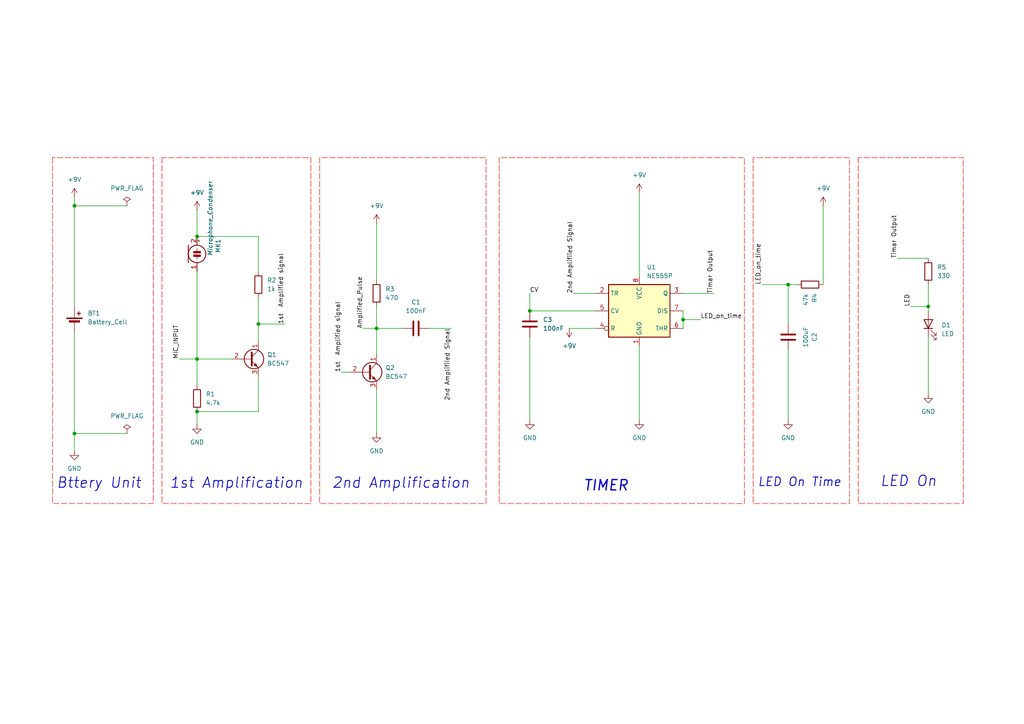
<source format=kicad_sch>
(kicad_sch (version 20250114) (generator "eeschema") (generator_version "9.0")
  (paper "A4")
  (lib_symbols
    (symbol "Device:Battery_Cell" (pin_numbers (hide yes)) (pin_names (offset 0) (hide yes))
      (property "Reference" "BT" (at 2.54 2.54 0))
      (property "Value" "Battery_Cell" (at 2.54 0 0))
      (symbol "Battery_Cell_0_1"
        (rectangle (start -2.286 1.778) (end 2.286 1.524) (fill (type outline)))
        (rectangle (start -1.524 1.016) (end 1.524 0.508) (fill (type outline)))
        (polyline (pts (xy 0 1.778) (xy 0 2.54)))
        (polyline (pts (xy 0 0.762) (xy 0 0)))
        (polyline (pts (xy 0.762 3.048) (xy 1.778 3.048)) (stroke (width 0.254)))
        (polyline (pts (xy 1.27 3.556) (xy 1.27 2.54)) (stroke (width 0.254)))
      )
      (symbol "Battery_Cell_1_1"
        (pin passive line (at 0 5.08 270) (length 2.54) (name "+") (number "1"))
        (pin passive line (at 0 -2.54 90) (length 2.54) (name "-") (number "2"))
      )
    )
    (symbol "Device:C" (pin_numbers (hide yes)) (pin_names (offset 0.254))
      (property "Reference" "C" (at 0.635 2.54 0))
      (property "Value" "C" (at 0.635 -2.54 0))
      (symbol "C_0_1"
        (polyline (pts (xy -2.032 0.762) (xy 2.032 0.762)) (stroke (width 0.508)))
        (polyline (pts (xy -2.032 -0.762) (xy 2.032 -0.762)) (stroke (width 0.508)))
      )
      (symbol "C_1_1"
        (pin passive line (at 0 3.81 270) (length 2.794) (name "~") (number "1"))
        (pin passive line (at 0 -3.81 90) (length 2.794) (name "~") (number "2"))
      )
    )
    (symbol "Device:LED" (pin_numbers (hide yes)) (pin_names (offset 1.016) (hide yes))
      (property "Reference" "D" (at 0 2.54 0))
      (property "Value" "LED" (at 0 -2.54 0))
      (symbol "LED_0_1"
        (polyline (pts (xy -3.048 -0.762) (xy -4.572 -2.286) (xy -3.81 -2.286) (xy -4.572 -2.286) (xy -4.572 -1.524)))
        (polyline (pts (xy -1.778 -0.762) (xy -3.302 -2.286) (xy -2.54 -2.286) (xy -3.302 -2.286) (xy -3.302 -1.524)))
        (polyline (pts (xy -1.27 0) (xy 1.27 0)))
        (polyline (pts (xy -1.27 -1.27) (xy -1.27 1.27)) (stroke (width 0.254)))
        (polyline (pts (xy 1.27 -1.27) (xy 1.27 1.27) (xy -1.27 0) (xy 1.27 -1.27)) (stroke (width 0.254)))
      )
      (symbol "LED_1_1"
        (pin passive line (at -3.81 0 0) (length 2.54) (name "K") (number "1"))
        (pin passive line (at 3.81 0 180) (length 2.54) (name "A") (number "2"))
      )
    )
    (symbol "Device:Microphone_Condenser" (pin_names (offset 0.0254) (hide yes))
      (property "Reference" "MK" (at -3.302 1.27 0))
      (property "Value" "Microphone_Condenser" (at -3.302 -0.635 0))
      (symbol "Microphone_Condenser_0_1"
        (polyline (pts (xy -2.54 2.54) (xy -2.54 -2.54)) (stroke (width 0.254)))
        (polyline (pts (xy 0 0.762) (xy 0 1.524)))
        (circle (center 0 0) (radius 2.54) (stroke (width 0.254)))
        (polyline (pts (xy 0 -0.762) (xy 0 -1.524)))
        (polyline (pts (xy 0.254 3.81) (xy 0.762 3.81)))
        (polyline (pts (xy 0.508 4.064) (xy 0.508 3.556)))
        (rectangle (start 1.016 0.762) (end -1.016 0.254) (fill (type outline)))
        (rectangle (start 1.016 -0.254) (end -1.016 -0.762) (fill (type outline)))
      )
      (symbol "Microphone_Condenser_1_1"
        (pin passive line (at 0 5.08 270) (length 2.54) (name "+") (number "2"))
        (pin passive line (at 0 -5.08 90) (length 2.54) (name "-") (number "1"))
      )
    )
    (symbol "Device:R" (pin_numbers (hide yes)) (pin_names (offset 0))
      (property "Reference" "R" (at 2.032 0 90))
      (property "Value" "R" (at 0 0 90))
      (symbol "R_0_1"
        (rectangle (start -1.016 -2.54) (end 1.016 2.54) (stroke (width 0.254)))
      )
      (symbol "R_1_1"
        (pin passive line (at 0 3.81 270) (length 1.27) (name "~") (number "1"))
        (pin passive line (at 0 -3.81 90) (length 1.27) (name "~") (number "2"))
      )
    )
    (symbol "Timer:NE555P"
      (property "Reference" "U" (at -10.16 8.89 0))
      (property "Value" "NE555P" (at 2.54 8.89 0))
      (symbol "NE555P_0_0"
        (pin power_in line (at 0 10.16 270) (length 2.54) (name "VCC") (number "8"))
        (pin power_in line (at 0 -10.16 90) (length 2.54) (name "GND") (number "1"))
      )
      (symbol "NE555P_0_1"
        (rectangle (start -8.89 -7.62) (end 8.89 7.62) (stroke (width 0.254)) (fill (type background)))
        (rectangle (start -8.89 -7.62) (end 8.89 7.62) (stroke (width 0.254)) (fill (type background)))
      )
      (symbol "NE555P_1_1"
        (pin input line (at -12.7 5.08 0) (length 3.81) (name "TR") (number "2"))
        (pin input line (at -12.7 0 0) (length 3.81) (name "CV") (number "5"))
        (pin input inverted (at -12.7 -5.08 0) (length 3.81) (name "R") (number "4"))
        (pin output line (at 12.7 5.08 180) (length 3.81) (name "Q") (number "3"))
        (pin input line (at 12.7 0 180) (length 3.81) (name "DIS") (number "7"))
        (pin input line (at 12.7 -5.08 180) (length 3.81) (name "THR") (number "6"))
      )
    )
    (symbol "Transistor_BJT:BC547" (pin_names (offset 0) (hide yes))
      (property "Reference" "Q" (at 5.08 1.905 0))
      (property "Value" "BC547" (at 5.08 0 0))
      (symbol "BC547_0_1"
        (polyline (pts (xy -2.54 0) (xy 0.635 0)))
        (polyline (pts (xy 0.635 1.905) (xy 0.635 -1.905)) (stroke (width 0.508)))
        (circle (center 1.27 0) (radius 2.8194) (stroke (width 0.254)))
      )
      (symbol "BC547_1_1"
        (polyline (pts (xy 0.635 0.635) (xy 2.54 2.54)))
        (polyline (pts (xy 0.635 -0.635) (xy 2.54 -2.54)))
        (polyline (pts (xy 1.27 -1.778) (xy 1.778 -1.27) (xy 2.286 -2.286) (xy 1.27 -1.778)) (fill (type outline)))
        (pin input line (at -5.08 0 0) (length 2.54) (name "B") (number "2"))
        (pin passive line (at 2.54 5.08 270) (length 2.54) (name "C") (number "1"))
        (pin passive line (at 2.54 -5.08 90) (length 2.54) (name "E") (number "3"))
      )
    )
    (symbol "power:+9V" (power) (pin_numbers (hide yes)) (pin_names (offset 0) (hide yes))
      (property "Value" "+9V" (at 0 3.556 0))
      (symbol "+9V_0_1"
        (polyline (pts (xy -0.762 1.27) (xy 0 2.54)))
        (polyline (pts (xy 0 2.54) (xy 0.762 1.27)))
        (polyline (pts (xy 0 0) (xy 0 2.54)))
      )
      (symbol "+9V_1_1"
        (pin power_in line (at 0 0 90) (length 0) (name "~") (number "1"))
      )
    )
    (symbol "power:GND" (power) (pin_numbers (hide yes)) (pin_names (offset 0) (hide yes))
      (property "Value" "GND" (at 0 -3.81 0))
      (symbol "GND_0_1"
        (polyline (pts (xy 0 0) (xy 0 -1.27) (xy 1.27 -1.27) (xy 0 -2.54) (xy -1.27 -1.27) (xy 0 -1.27)))
      )
      (symbol "GND_1_1"
        (pin power_in line (at 0 0 270) (length 0) (name "~") (number "1"))
      )
    )
    (symbol "power:PWR_FLAG" (power) (pin_numbers (hide yes)) (pin_names (offset 0) (hide yes))
      (property "Value" "PWR_FLAG" (at 0 3.81 0))
      (symbol "PWR_FLAG_0_0"
        (pin power_out line (at 0 0 90) (length 0) (name "~") (number "1"))
      )
      (symbol "PWR_FLAG_0_1"
        (polyline (pts (xy 0 0) (xy 0 1.27) (xy -1.016 1.905) (xy 0 2.54) (xy 1.016 1.905) (xy 0 1.27)))
      )
    )
  )
  (text "1st Amplification" (at 68.58 140.208 0) (effects (font (size 3 3) (thickness 0.254) (bold yes) (italic yes))))
  (text "2nd Amplification" (at 116.332 140.208 0) (effects (font (size 3 3) (thickness 0.254) (bold yes) (italic yes))))
  (text "LED On Time" (at 231.902 139.954 0) (effects (font (size 2.5 2.5) (thickness 0.254) (bold yes) (italic yes))))
  (text "Bttery Unit" (at 28.702 140.208 0) (effects (font (size 3 3) (thickness 0.254) (bold yes) (italic yes))))
  (text "TIMER" (at 175.768 140.97 0) (effects (font (size 3 3) (thickness 0.375) (italic yes))))
  (text "LED On " (at 264.668 139.7 0) (effects (font (size 3 3) (thickness 0.254) (bold yes) (italic yes))))
  (junction (at 21.59 125.73))
  (junction (at 57.15 104.14))
  (junction (at 57.15 68.58))
  (junction (at 21.59 59.69))
  (junction (at 228.6 82.55))
  (junction (at 109.22 95.25))
  (junction (at 198.12 92.71))
  (junction (at 57.15 119.38))
  (junction (at 74.93 93.98))
  (junction (at 269.24 88.9))
  (junction (at 153.67 90.17))
  (wire (pts (xy 220.98 82.55) (xy 228.6 82.55)))
  (wire (pts (xy 238.76 59.69) (xy 238.76 82.55)))
  (wire (pts (xy 109.22 95.25) (xy 109.22 102.87)))
  (wire (pts (xy 57.15 119.38) (xy 57.15 123.19)))
  (wire (pts (xy 52.07 104.14) (xy 57.15 104.14)))
  (wire (pts (xy 21.59 125.73) (xy 36.83 125.73)))
  (wire (pts (xy 21.59 59.69) (xy 21.59 88.9)))
  (wire (pts (xy 74.93 86.36) (xy 74.93 93.98)))
  (wire (pts (xy 57.15 60.96) (xy 57.15 68.58)))
  (wire (pts (xy 82.55 93.98) (xy 74.93 93.98)))
  (wire (pts (xy 198.12 85.09) (xy 207.01 85.09)))
  (wire (pts (xy 264.16 88.9) (xy 269.24 88.9)))
  (wire (pts (xy 269.24 82.55) (xy 269.24 88.9)))
  (wire (pts (xy 166.37 85.09) (xy 172.72 85.09)))
  (wire (pts (xy 228.6 93.98) (xy 228.6 82.55)))
  (wire (pts (xy 269.24 97.79) (xy 269.24 114.3)))
  (wire (pts (xy 74.93 119.38) (xy 74.93 109.22)))
  (wire (pts (xy 105.41 95.25) (xy 109.22 95.25)))
  (wire (pts (xy 57.15 104.14) (xy 57.15 111.76)))
  (wire (pts (xy 269.24 88.9) (xy 269.24 90.17)))
  (wire (pts (xy 165.1 95.25) (xy 172.72 95.25)))
  (wire (pts (xy 74.93 68.58) (xy 74.93 78.74)))
  (wire (pts (xy 260.35 74.93) (xy 269.24 74.93)))
  (wire (pts (xy 109.22 64.77) (xy 109.22 81.28)))
  (wire (pts (xy 228.6 101.6) (xy 228.6 121.92)))
  (wire (pts (xy 153.67 85.09) (xy 153.67 90.17)))
  (wire (pts (xy 198.12 92.71) (xy 203.2 92.71)))
  (wire (pts (xy 198.12 92.71) (xy 198.12 95.25)))
  (wire (pts (xy 67.31 104.14) (xy 57.15 104.14)))
  (wire (pts (xy 153.67 97.79) (xy 153.67 121.92)))
  (wire (pts (xy 124.46 95.25) (xy 130.81 95.25)))
  (wire (pts (xy 57.15 68.58) (xy 74.93 68.58)))
  (wire (pts (xy 185.42 100.33) (xy 185.42 121.92)))
  (wire (pts (xy 153.67 90.17) (xy 172.72 90.17)))
  (wire (pts (xy 109.22 113.03) (xy 109.22 125.73)))
  (wire (pts (xy 231.14 82.55) (xy 228.6 82.55)))
  (wire (pts (xy 21.59 125.73) (xy 21.59 130.81)))
  (wire (pts (xy 21.59 96.52) (xy 21.59 125.73)))
  (wire (pts (xy 116.84 95.25) (xy 109.22 95.25)))
  (wire (pts (xy 36.83 59.69) (xy 21.59 59.69)))
  (wire (pts (xy 21.59 57.15) (xy 21.59 59.69)))
  (wire (pts (xy 57.15 119.38) (xy 74.93 119.38)))
  (wire (pts (xy 74.93 93.98) (xy 74.93 99.06)))
  (wire (pts (xy 185.42 55.88) (xy 185.42 80.01)))
  (wire (pts (xy 198.12 90.17) (xy 198.12 92.71)))
  (wire (pts (xy 109.22 88.9) (xy 109.22 95.25)))
  (wire (pts (xy 99.06 107.95) (xy 101.6 107.95)))
  (wire (pts (xy 57.15 78.74) (xy 57.15 104.14)))
  (label "CV" (at 153.67 85.09 0))
  (label "Amplified_Pulse" (at 105.41 95.25 90))
  (label "2nd Amplifiied Signal" (at 130.81 95.25 270))
  (label "1st  Amplified signal" (at 99.06 107.95 90))
  (label "LED_on_time" (at 220.98 82.55 90))
  (label "Timar Output" (at 260.35 74.93 90))
  (label "1st  Amplified signal" (at 82.55 93.98 90))
  (label "LED_on_time" (at 203.2 92.71 0))
  (label "MIC_INPUT" (at 52.07 104.14 90))
  (label "2nd Amplifiied Signal" (at 166.37 85.09 90))
  (label "Timar Output" (at 207.01 85.09 90))
  (label "LED" (at 264.16 88.9 90))
  (rule_area (polyline (pts (xy 15.24 45.72) (xy 15.24 146.05) (xy 44.45 146.05) (xy 44.45 45.72)) (stroke (width 0) (type dash))))
  (rule_area (polyline (pts (xy 46.99 45.72) (xy 46.99 146.05) (xy 90.17 146.05) (xy 90.17 45.72)) (stroke (width 0) (type dash))))
  (rule_area (polyline (pts (xy 218.44 45.72) (xy 218.44 146.05) (xy 246.38 146.05) (xy 246.38 45.72)) (stroke (width 0) (type dash))))
  (rule_area (polyline (pts (xy 248.92 45.72) (xy 248.92 146.05) (xy 279.4 146.05) (xy 279.4 45.72)) (stroke (width 0) (type dash))))
  (rule_area (polyline (pts (xy 92.71 45.72) (xy 92.71 146.05) (xy 140.97 146.05) (xy 140.97 45.72)) (stroke (width 0) (type dash))))
  (rule_area (polyline (pts (xy 144.78 45.72) (xy 144.78 146.05) (xy 215.9 146.05) (xy 215.9 45.72)) (stroke (width 0) (type dash))))
  (symbol (lib_id "power:+9V") (at 238.76 59.69 0) (unit 1)
    (property "Reference" "#PWR013" (effects (hide yes)))
    (property "Value" "+9V" (at 238.76 54.61 0))
    (property "Description" "Power symbol creates a global label with name \"+9V\"" (effects (hide yes)))
  )
  (symbol (lib_id "power:GND") (at 185.42 121.92 0) (unit 1)
    (property "Reference" "#PWR010" (effects (hide yes)))
    (property "Value" "GND" (at 185.42 127 0))
    (property "Description" "Power symbol creates a global label with name \"GND\" , ground" (effects (hide yes)))
  )
  (symbol (lib_id "power:GND") (at 57.15 123.19 0) (unit 1)
    (property "Reference" "#PWR04" (effects (hide yes)))
    (property "Value" "GND" (at 57.15 128.27 0))
    (property "Description" "Power symbol creates a global label with name \"GND\" , ground" (effects (hide yes)))
  )
  (symbol (lib_id "power:+9V") (at 57.15 60.96 0) (unit 1)
    (property "Reference" "#PWR05" (effects (hide yes)))
    (property "Value" "+9V" (at 57.15 55.88 0))
    (property "Description" "Power symbol creates a global label with name \"+9V\"" (effects (hide yes)))
  )
  (symbol (lib_id "Device:C") (at 120.65 95.25 90) (unit 1)
    (property "Reference" "C1" (at 120.65 87.63 90))
    (property "Value" "100nF" (at 120.65 90.17 90))
    (property "Footprint" "Capacitor_THT:CP_Radial_D6.3mm_P2.50mm" (effects (hide yes)))
    (property "Description" "Unpolarized capacitor" (effects (hide yes)))
  )
  (symbol (lib_id "power:GND") (at 109.22 125.73 0) (unit 1)
    (property "Reference" "#PWR07" (effects (hide yes)))
    (property "Value" "GND" (at 109.22 130.81 0))
    (property "Description" "Power symbol creates a global label with name \"GND\" , ground" (effects (hide yes)))
  )
  (symbol (lib_id "Device:Battery_Cell") (at 21.59 93.98 0) (unit 1)
    (property "Reference" "BT1" (at 25.4 90.8684 0) (effects (justify left)))
    (property "Value" "Battery_Cell" (at 25.4 93.4084 0) (effects (justify left)))
    (property "Footprint" "Battery:BatteryHolder_Eagle_12BH611-GR" (effects (hide yes)))
    (property "Description" "Single-cell battery" (effects (hide yes)))
  )
  (symbol (lib_id "Transistor_BJT:BC547") (at 72.39 104.14 0) (unit 1)
    (property "Reference" "Q1" (at 77.47 102.8699 0) (effects (justify left)))
    (property "Value" "BC547" (at 77.47 105.4099 0) (effects (justify left)))
    (property "Footprint" "Package_TO_SOT_THT:TO-92_Inline" (effects (hide yes)))
    (property "Datasheet" "https://www.onsemi.com/pub/Collateral/BC550-D.pdf" (effects (hide yes)))
    (property "Description" "0.1A Ic, 45V Vce, Small Signal NPN Transistor, TO-92" (effects (hide yes)))
  )
  (symbol (lib_id "Device:Microphone_Condenser") (at 57.15 73.66 0) (unit 1)
    (property "Reference" "MK1" (at 63.246 73.406 90) (effects (justify left)))
    (property "Value" "Microphone_Condenser" (at 60.96 74.2314 90) (effects (font (italic yes)) (justify left)))
    (property "Footprint" "TestPoint:TestPoint_2Pads_Pitch2.54mm_Drill0.8mm" (effects (hide yes)))
    (property "Description" "Condenser microphone" (effects (hide yes)))
  )
  (symbol (lib_id "power:+9V") (at 185.42 55.88 0) (unit 1)
    (property "Reference" "#PWR09" (effects (hide yes)))
    (property "Value" "+9V" (at 185.42 50.8 0))
    (property "Description" "Power symbol creates a global label with name \"+9V\"" (effects (hide yes)))
  )
  (symbol (lib_id "power:PWR_FLAG") (at 36.83 59.69 0) (unit 1)
    (property "Reference" "#FLG02" (effects (hide yes)))
    (property "Value" "PWR_FLAG" (at 36.83 54.61 0))
    (property "Description" "Special symbol for telling ERC where power comes from" (effects (hide yes)))
  )
  (symbol (lib_id "power:+9V") (at 165.1 95.25 180) (unit 1)
    (property "Reference" "#PWR03" (effects (hide yes)))
    (property "Value" "+9V" (at 165.1 100.33 0))
    (property "Description" "Power symbol creates a global label with name \"+9V\"" (effects (hide yes)))
  )
  (symbol (lib_id "power:GND") (at 153.67 121.92 0) (unit 1)
    (property "Reference" "#PWR08" (effects (hide yes)))
    (property "Value" "GND" (at 153.67 127 0))
    (property "Description" "Power symbol creates a global label with name \"GND\" , ground" (effects (hide yes)))
  )
  (symbol (lib_id "Device:R") (at 234.95 82.55 270) (unit 1)
    (property "Reference" "R4" (at 236.2201 85.09 0) (effects (justify left)))
    (property "Value" "47k" (at 233.6801 85.09 0) (effects (justify left)))
    (property "Footprint" "Resistor_THT:R_Axial_DIN0207_L6.3mm_D2.5mm_P2.54mm_Vertical" (effects (hide yes)))
    (property "Description" "Resistor" (effects (hide yes)))
  )
  (symbol (lib_id "Device:R") (at 269.24 78.74 0) (unit 1)
    (property "Reference" "R5" (at 271.78 77.4699 0) (effects (justify left)))
    (property "Value" "330" (at 271.78 80.0099 0) (effects (justify left)))
    (property "Footprint" "Resistor_THT:R_Axial_DIN0207_L6.3mm_D2.5mm_P2.54mm_Vertical" (effects (hide yes)))
    (property "Description" "Resistor" (effects (hide yes)))
  )
  (symbol (lib_id "power:GND") (at 228.6 121.92 0) (unit 1)
    (property "Reference" "#PWR012" (effects (hide yes)))
    (property "Value" "GND" (at 228.6 127 0))
    (property "Description" "Power symbol creates a global label with name \"GND\" , ground" (effects (hide yes)))
  )
  (symbol (lib_id "Device:C") (at 153.67 93.98 0) (unit 1)
    (property "Reference" "C3" (at 157.48 92.7099 0) (effects (justify left)))
    (property "Value" "100nF" (at 157.48 95.2499 0) (effects (justify left)))
    (property "Footprint" "Capacitor_THT:CP_Radial_D6.3mm_P2.50mm" (effects (hide yes)))
    (property "Description" "Unpolarized capacitor" (effects (hide yes)))
  )
  (symbol (lib_id "Device:R") (at 109.22 85.09 0) (unit 1)
    (property "Reference" "R3" (at 111.76 83.8199 0) (effects (justify left)))
    (property "Value" "470" (at 111.76 86.3599 0) (effects (justify left)))
    (property "Footprint" "Resistor_THT:R_Axial_DIN0207_L6.3mm_D2.5mm_P2.54mm_Vertical" (effects (hide yes)))
    (property "Description" "Resistor" (effects (hide yes)))
  )
  (symbol (lib_id "power:GND") (at 269.24 114.3 0) (unit 1)
    (property "Reference" "#PWR011" (effects (hide yes)))
    (property "Value" "GND" (at 269.24 119.38 0))
    (property "Description" "Power symbol creates a global label with name \"GND\" , ground" (effects (hide yes)))
  )
  (symbol (lib_id "Device:C") (at 228.6 97.79 0) (unit 1)
    (property "Reference" "C2" (at 236.22 97.79 90))
    (property "Value" "100uF" (at 233.68 97.79 90))
    (property "Footprint" "Capacitor_THT:CP_Radial_D6.3mm_P2.50mm" (effects (hide yes)))
    (property "Description" "Unpolarized capacitor" (effects (hide yes)))
  )
  (symbol (lib_id "power:GND") (at 21.59 130.81 0) (unit 1)
    (property "Reference" "#PWR02" (effects (hide yes)))
    (property "Value" "GND" (at 21.59 135.89 0))
    (property "Description" "Power symbol creates a global label with name \"GND\" , ground" (effects (hide yes)))
  )
  (symbol (lib_id "power:+9V") (at 109.22 64.77 0) (unit 1)
    (property "Reference" "#PWR06" (effects (hide yes)))
    (property "Value" "+9V" (at 109.22 59.69 0))
    (property "Description" "Power symbol creates a global label with name \"+9V\"" (effects (hide yes)))
  )
  (symbol (lib_id "power:+9V") (at 21.59 57.15 0) (unit 1)
    (property "Reference" "#PWR01" (effects (hide yes)))
    (property "Value" "+9V" (at 21.59 52.07 0))
    (property "Description" "Power symbol creates a global label with name \"+9V\"" (effects (hide yes)))
  )
  (symbol (lib_id "Device:R") (at 57.15 115.57 0) (unit 1)
    (property "Reference" "R1" (at 59.69 114.2999 0) (effects (justify left)))
    (property "Value" "4.7k" (at 59.69 116.8399 0) (effects (justify left)))
    (property "Footprint" "Resistor_THT:R_Axial_DIN0207_L6.3mm_D2.5mm_P2.54mm_Vertical" (effects (hide yes)))
    (property "Description" "Resistor" (effects (hide yes)))
  )
  (symbol (lib_id "Device:R") (at 74.93 82.55 0) (unit 1)
    (property "Reference" "R2" (at 77.47 81.2799 0) (effects (justify left)))
    (property "Value" "1k" (at 77.47 83.8199 0) (effects (justify left)))
    (property "Footprint" "Resistor_THT:R_Axial_DIN0207_L6.3mm_D2.5mm_P2.54mm_Vertical" (effects (hide yes)))
    (property "Description" "Resistor" (effects (hide yes)))
  )
  (symbol (lib_id "power:PWR_FLAG") (at 36.83 125.73 0) (unit 1)
    (property "Reference" "#FLG01" (effects (hide yes)))
    (property "Value" "PWR_FLAG" (at 36.83 120.65 0))
    (property "Description" "Special symbol for telling ERC where power comes from" (effects (hide yes)))
  )
  (symbol (lib_id "Timer:NE555P") (at 185.42 90.17 0) (unit 1)
    (property "Reference" "U1" (at 187.5633 77.47 0) (effects (justify left)))
    (property "Value" "NE555P" (at 187.5633 80.01 0) (effects (justify left)))
    (property "Footprint" "Package_DIP:DIP-8_W7.62mm" (effects (hide yes)))
    (property "Datasheet" "http://www.ti.com/lit/ds/symlink/ne555.pdf" (effects (hide yes)))
    (property "Description" "Precision Timers, 555 compatible,  PDIP-8" (effects (hide yes)))
  )
  (symbol (lib_id "Transistor_BJT:BC547") (at 106.68 107.95 0) (unit 1)
    (property "Reference" "Q2" (at 111.76 106.6799 0) (effects (justify left)))
    (property "Value" "BC547" (at 111.76 109.2199 0) (effects (justify left)))
    (property "Footprint" "Package_TO_SOT_THT:TO-92_Inline" (effects (hide yes)))
    (property "Datasheet" "https://www.onsemi.com/pub/Collateral/BC550-D.pdf" (effects (hide yes)))
    (property "Description" "0.1A Ic, 45V Vce, Small Signal NPN Transistor, TO-92" (effects (hide yes)))
  )
  (symbol (lib_id "Device:LED") (at 269.24 93.98 90) (unit 1)
    (property "Reference" "D1" (at 273.05 94.2974 90) (effects (justify right)))
    (property "Value" "LED" (at 273.05 96.8374 90) (effects (justify right)))
    (property "Footprint" "LED_THT:LED_D3.0mm" (effects (hide yes)))
    (property "Description" "Light emitting diode" (effects (hide yes)))
    (property "Sim.Pins" "1=K 2=A" (effects (hide yes)))
  )
)
</source>
